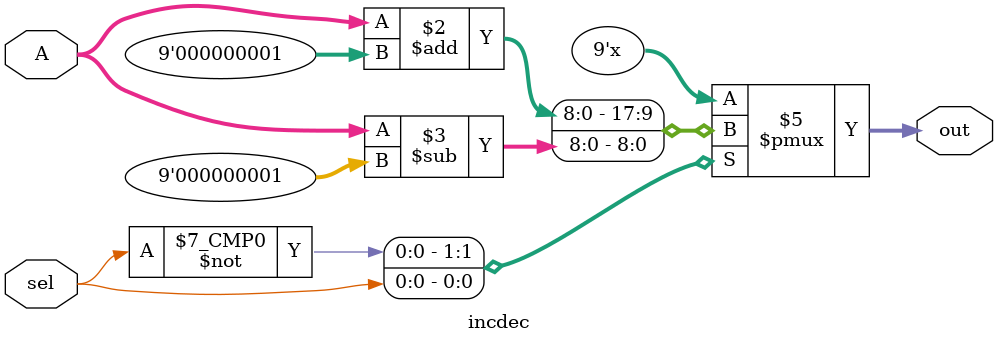
<source format=sv>
module incdec(
	input logic [8:0] A,
	input logic sel,
	output logic [8:0] out
);

	always @(*) begin
		case (sel)
			1'b0: out = A + 9'b000000001;
			1'b1: out = A - 9'b000000001;
			default: out = A + 9'b000000001; 
		endcase
	end
	
endmodule : incdec

</source>
